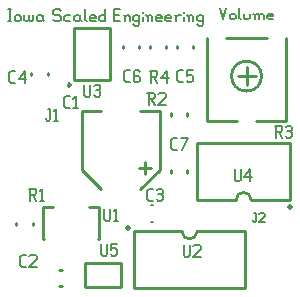
<source format=gbr>
G04 start of page 9 for group -4079 idx -4079 *
G04 Title: (unknown), topsilk *
G04 Creator: pcb 4.0.2 *
G04 CreationDate: Mon Feb 22 18:20:50 2021 UTC *
G04 For: ndholmes *
G04 Format: Gerber/RS-274X *
G04 PCB-Dimensions (mil): 1800.00 1200.00 *
G04 PCB-Coordinate-Origin: lower left *
%MOIN*%
%FSLAX25Y25*%
%LNTOPSILK*%
%ADD37C,0.0080*%
%ADD36C,0.0100*%
%ADD35C,0.0060*%
%ADD34C,0.0200*%
G54D34*X106000Y41000D03*
X52000Y34000D03*
G54D35*X82700Y107610D02*X83690Y103650D01*
X84680Y107610D01*
X85868Y105135D02*Y104145D01*
Y105135D02*X86363Y105630D01*
X87353D01*
X87848Y105135D01*
Y104145D01*
X87353Y103650D02*X87848Y104145D01*
X86363Y103650D02*X87353D01*
X85868Y104145D02*X86363Y103650D01*
X89036Y107610D02*Y104145D01*
X89531Y103650D01*
X90521Y105630D02*Y104145D01*
X91016Y103650D01*
X92006D01*
X92501Y104145D01*
Y105630D02*Y104145D01*
X94184Y105135D02*Y103650D01*
Y105135D02*X94679Y105630D01*
X95174D01*
X95669Y105135D01*
Y103650D01*
Y105135D02*X96164Y105630D01*
X96659D01*
X97154Y105135D01*
Y103650D01*
X93689Y105630D02*X94184Y105135D01*
X98837Y103650D02*X100322D01*
X98342Y104145D02*X98837Y103650D01*
X98342Y105135D02*Y104145D01*
Y105135D02*X98837Y105630D01*
X99827D01*
X100322Y105135D01*
X98342Y104640D02*X100322D01*
Y105135D02*Y104640D01*
X12000Y107000D02*X13000D01*
X12500D02*Y103000D01*
X12000D02*X13000D01*
X14200Y104500D02*Y103500D01*
Y104500D02*X14700Y105000D01*
X15700D01*
X16200Y104500D01*
Y103500D01*
X15700Y103000D02*X16200Y103500D01*
X14700Y103000D02*X15700D01*
X14200Y103500D02*X14700Y103000D01*
X17400Y105000D02*Y103500D01*
X17900Y103000D01*
X18400D01*
X18900Y103500D01*
Y105000D02*Y103500D01*
X19400Y103000D01*
X19900D01*
X20400Y103500D01*
Y105000D02*Y103500D01*
X23100Y105000D02*X23600Y104500D01*
X22100Y105000D02*X23100D01*
X21600Y104500D02*X22100Y105000D01*
X21600Y104500D02*Y103500D01*
X22100Y103000D01*
X23600Y105000D02*Y103500D01*
X24100Y103000D01*
X22100D02*X23100D01*
X23600Y103500D01*
X29100Y107000D02*X29600Y106500D01*
X27600Y107000D02*X29100D01*
X27100Y106500D02*X27600Y107000D01*
X27100Y106500D02*Y105500D01*
X27600Y105000D01*
X29100D01*
X29600Y104500D01*
Y103500D01*
X29100Y103000D02*X29600Y103500D01*
X27600Y103000D02*X29100D01*
X27100Y103500D02*X27600Y103000D01*
X31300Y105000D02*X32800D01*
X30800Y104500D02*X31300Y105000D01*
X30800Y104500D02*Y103500D01*
X31300Y103000D01*
X32800D01*
X35500Y105000D02*X36000Y104500D01*
X34500Y105000D02*X35500D01*
X34000Y104500D02*X34500Y105000D01*
X34000Y104500D02*Y103500D01*
X34500Y103000D01*
X36000Y105000D02*Y103500D01*
X36500Y103000D01*
X34500D02*X35500D01*
X36000Y103500D01*
X37700Y107000D02*Y103500D01*
X38200Y103000D01*
X39700D02*X41200D01*
X39200Y103500D02*X39700Y103000D01*
X39200Y104500D02*Y103500D01*
Y104500D02*X39700Y105000D01*
X40700D01*
X41200Y104500D01*
X39200Y104000D02*X41200D01*
Y104500D02*Y104000D01*
X44400Y107000D02*Y103000D01*
X43900D02*X44400Y103500D01*
X42900Y103000D02*X43900D01*
X42400Y103500D02*X42900Y103000D01*
X42400Y104500D02*Y103500D01*
Y104500D02*X42900Y105000D01*
X43900D01*
X44400Y104500D01*
X47400Y105200D02*X48900D01*
X47400Y103000D02*X49400D01*
X47400Y107000D02*Y103000D01*
Y107000D02*X49400D01*
X51100Y104500D02*Y103000D01*
Y104500D02*X51600Y105000D01*
X52100D01*
X52600Y104500D01*
Y103000D01*
X50600Y105000D02*X51100Y104500D01*
X55300Y105000D02*X55800Y104500D01*
X54300Y105000D02*X55300D01*
X53800Y104500D02*X54300Y105000D01*
X53800Y104500D02*Y103500D01*
X54300Y103000D01*
X55300D01*
X55800Y103500D01*
X53800Y102000D02*X54300Y101500D01*
X55300D01*
X55800Y102000D01*
Y105000D02*Y102000D01*
X57000Y106000D02*Y105900D01*
Y104500D02*Y103000D01*
X58500Y104500D02*Y103000D01*
Y104500D02*X59000Y105000D01*
X59500D01*
X60000Y104500D01*
Y103000D01*
X58000Y105000D02*X58500Y104500D01*
X61700Y103000D02*X63200D01*
X61200Y103500D02*X61700Y103000D01*
X61200Y104500D02*Y103500D01*
Y104500D02*X61700Y105000D01*
X62700D01*
X63200Y104500D01*
X61200Y104000D02*X63200D01*
Y104500D02*Y104000D01*
X64900Y103000D02*X66400D01*
X64400Y103500D02*X64900Y103000D01*
X64400Y104500D02*Y103500D01*
Y104500D02*X64900Y105000D01*
X65900D01*
X66400Y104500D01*
X64400Y104000D02*X66400D01*
Y104500D02*Y104000D01*
X68100Y104500D02*Y103000D01*
Y104500D02*X68600Y105000D01*
X69600D01*
X67600D02*X68100Y104500D01*
X70800Y106000D02*Y105900D01*
Y104500D02*Y103000D01*
X72300Y104500D02*Y103000D01*
Y104500D02*X72800Y105000D01*
X73300D01*
X73800Y104500D01*
Y103000D01*
X71800Y105000D02*X72300Y104500D01*
X76500Y105000D02*X77000Y104500D01*
X75500Y105000D02*X76500D01*
X75000Y104500D02*X75500Y105000D01*
X75000Y104500D02*Y103500D01*
X75500Y103000D01*
X76500D01*
X77000Y103500D01*
X75000Y102000D02*X75500Y101500D01*
X76500D01*
X77000Y102000D01*
Y105000D02*Y102000D01*
G54D36*X106000Y62500D02*Y43500D01*
X75000Y62500D02*X106000D01*
X75000D02*Y43500D01*
X93000D02*X106000D01*
X75000D02*X88000D01*
X93000D02*G75*G03X88000Y43500I-2500J0D01*G01*
X54000Y33000D02*Y14000D01*
X91000D01*
Y33000D01*
X54000D02*X70000D01*
X91000D02*X75000D01*
X70000D02*G75*G03X75000Y33000I2500J0D01*G01*
X37700Y22500D02*X49600D01*
X37700D02*Y14500D01*
X49600D01*
Y22500D02*Y14500D01*
G54D37*X59650Y41755D02*X60436D01*
X59650Y36245D02*X60436D01*
G54D36*X66245Y53393D02*Y52607D01*
X71755Y53393D02*Y52607D01*
X55996Y72992D02*X62492D01*
X36508D02*X43004D01*
X36508D02*Y53504D01*
X62492Y72992D02*Y53504D01*
X36508D02*X43004Y47008D01*
X62492Y53504D02*X55996Y47008D01*
X55500Y54000D02*X59500D01*
X57500Y56000D02*Y52000D01*
X71755Y72393D02*Y71607D01*
X66245Y72393D02*Y71607D01*
X25255Y85893D02*Y85107D01*
X19745Y85893D02*Y85107D01*
X29107Y20255D02*X29893D01*
X29107Y14745D02*X29893D01*
X23750Y41150D02*Y30520D01*
X42250Y41150D02*Y30520D01*
X23750Y41150D02*X27000D01*
X42250D02*X39000D01*
X23750Y30520D02*X23929D01*
X42071D02*X42250D01*
X20255Y35893D02*Y35107D01*
X14745Y35893D02*Y35107D01*
X104709Y97358D02*Y69642D01*
X94700D02*X104709D01*
X78291D02*X88300D01*
X78291Y97358D02*Y69642D01*
X84700Y97358D02*X98300D01*
X91500Y87760D02*Y81760D01*
X88500Y84760D02*X94500D01*
X91500Y89760D02*G75*G03X91500Y89760I0J-5000D01*G01*
X64755Y94893D02*Y94107D01*
X59245Y94893D02*Y94107D01*
X73755Y94893D02*Y94107D01*
X68245Y94893D02*Y94107D01*
X50245Y94893D02*Y94107D01*
X55755Y94893D02*Y94107D01*
X33898Y100661D02*Y83339D01*
Y100661D02*X46102D01*
Y83339D01*
X33898D02*X46102D01*
X32398Y81339D02*G75*G03X32398Y81339I0J500D01*G01*
G54D35*X25200Y73969D02*X26000D01*
Y70469D01*
X25500Y69969D02*X26000Y70469D01*
X25000Y69969D02*X25500D01*
X24500Y70469D02*X25000Y69969D01*
X24500Y70969D02*Y70469D01*
X27200Y73169D02*X28000Y73969D01*
Y69969D01*
X27200D02*X28700D01*
X31300Y74100D02*X32600D01*
X30600Y74800D02*X31300Y74100D01*
X30600Y77400D02*Y74800D01*
Y77400D02*X31300Y78100D01*
X32600D01*
X33800Y77300D02*X34600Y78100D01*
Y74100D01*
X33800D02*X35300D01*
X13006Y82343D02*X14306D01*
X12306Y83043D02*X13006Y82343D01*
X12306Y85643D02*Y83043D01*
Y85643D02*X13006Y86343D01*
X14306D01*
X15506Y83843D02*X17506Y86343D01*
X15506Y83843D02*X18006D01*
X17506Y86343D02*Y82343D01*
X100900Y68200D02*X102900D01*
X103400Y67700D01*
Y66700D01*
X102900Y66200D02*X103400Y66700D01*
X101400Y66200D02*X102900D01*
X101400Y68200D02*Y64200D01*
X102200Y66200D02*X103400Y64200D01*
X104600Y67700D02*X105100Y68200D01*
X106100D01*
X106600Y67700D01*
X106100Y64200D02*X106600Y64700D01*
X105100Y64200D02*X106100D01*
X104600Y64700D02*X105100Y64200D01*
Y66400D02*X106100D01*
X106600Y67700D02*Y66900D01*
Y65900D02*Y64700D01*
Y65900D02*X106100Y66400D01*
X106600Y66900D02*X106100Y66400D01*
X87500Y53800D02*Y50300D01*
X88000Y49800D01*
X89000D01*
X89500Y50300D01*
Y53800D02*Y50300D01*
X90700Y51300D02*X92700Y53800D01*
X90700Y51300D02*X93200D01*
X92700Y53800D02*Y49800D01*
X58393Y79150D02*X60393D01*
X60893Y78650D01*
Y77650D01*
X60393Y77150D02*X60893Y77650D01*
X58893Y77150D02*X60393D01*
X58893Y79150D02*Y75150D01*
X59693Y77150D02*X60893Y75150D01*
X62093Y78650D02*X62593Y79150D01*
X64093D01*
X64593Y78650D01*
Y77650D01*
X62093Y75150D02*X64593Y77650D01*
X62093Y75150D02*X64593D01*
X59287Y86504D02*X61287D01*
X61787Y86004D01*
Y85004D01*
X61287Y84504D02*X61787Y85004D01*
X59787Y84504D02*X61287D01*
X59787Y86504D02*Y82504D01*
X60587Y84504D02*X61787Y82504D01*
X62987Y84004D02*X64987Y86504D01*
X62987Y84004D02*X65487D01*
X64987Y86504D02*Y82504D01*
X51396Y82744D02*X52696D01*
X50696Y83444D02*X51396Y82744D01*
X50696Y86044D02*Y83444D01*
Y86044D02*X51396Y86744D01*
X52696D01*
X55396D02*X55896Y86244D01*
X54396Y86744D02*X55396D01*
X53896Y86244D02*X54396Y86744D01*
X53896Y86244D02*Y83244D01*
X54396Y82744D01*
X55396Y84944D02*X55896Y84444D01*
X53896Y84944D02*X55396D01*
X54396Y82744D02*X55396D01*
X55896Y83244D01*
Y84444D02*Y83244D01*
X69067Y82687D02*X70367D01*
X68367Y83387D02*X69067Y82687D01*
X68367Y85987D02*Y83387D01*
Y85987D02*X69067Y86687D01*
X70367D01*
X71567D02*X73567D01*
X71567D02*Y84687D01*
X72067Y85187D01*
X73067D01*
X73567Y84687D01*
Y83187D01*
X73067Y82687D02*X73567Y83187D01*
X72067Y82687D02*X73067D01*
X71567Y83187D02*X72067Y82687D01*
X67043Y60200D02*X68330D01*
X66350Y60893D02*X67043Y60200D01*
X66350Y63467D02*Y60893D01*
Y63467D02*X67043Y64160D01*
X68330D01*
X70013Y60200D02*X71993Y64160D01*
X69518D02*X71993D01*
X37480Y81854D02*Y78354D01*
X37980Y77854D01*
X38980D01*
X39480Y78354D01*
Y81854D02*Y78354D01*
X40680Y81354D02*X41180Y81854D01*
X42180D01*
X42680Y81354D01*
X42180Y77854D02*X42680Y78354D01*
X41180Y77854D02*X42180D01*
X40680Y78354D02*X41180Y77854D01*
Y80054D02*X42180D01*
X42680Y81354D02*Y80554D01*
Y79554D02*Y78354D01*
Y79554D02*X42180Y80054D01*
X42680Y80554D02*X42180Y80054D01*
X70500Y28500D02*Y25000D01*
X71000Y24500D01*
X72000D01*
X72500Y25000D01*
Y28500D02*Y25000D01*
X73700Y28000D02*X74200Y28500D01*
X75700D01*
X76200Y28000D01*
Y27000D01*
X73700Y24500D02*X76200Y27000D01*
X73700Y24500D02*X76200D01*
X16550Y21150D02*X17850D01*
X15850Y21850D02*X16550Y21150D01*
X15850Y24450D02*Y21850D01*
Y24450D02*X16550Y25150D01*
X17850D01*
X19050Y24650D02*X19550Y25150D01*
X21050D01*
X21550Y24650D01*
Y23650D01*
X19050Y21150D02*X21550Y23650D01*
X19050Y21150D02*X21550D01*
X44000Y40500D02*Y37000D01*
X44500Y36500D01*
X45500D01*
X46000Y37000D01*
Y40500D02*Y37000D01*
X47200Y39700D02*X48000Y40500D01*
Y36500D01*
X47200D02*X48700D01*
X18850Y47150D02*X20850D01*
X21350Y46650D01*
Y45650D01*
X20850Y45150D02*X21350Y45650D01*
X19350Y45150D02*X20850D01*
X19350Y47150D02*Y43150D01*
X20150Y45150D02*X21350Y43150D01*
X22550Y46350D02*X23350Y47150D01*
Y43150D01*
X22550D02*X24050D01*
X43100Y28810D02*Y25345D01*
X43595Y24850D01*
X44585D01*
X45080Y25345D01*
Y28810D02*Y25345D01*
X46268Y28810D02*X48248D01*
X46268D02*Y26830D01*
X46763Y27325D01*
X47753D01*
X48248Y26830D01*
Y25345D01*
X47753Y24850D02*X48248Y25345D01*
X46763Y24850D02*X47753D01*
X46268Y25345D02*X46763Y24850D01*
X94039Y39230D02*X94655D01*
Y36535D01*
X94270Y36150D02*X94655Y36535D01*
X93885Y36150D02*X94270D01*
X93500Y36535D02*X93885Y36150D01*
X93500Y36920D02*Y36535D01*
X95579Y38845D02*X95964Y39230D01*
X97119D01*
X97504Y38845D01*
Y38075D01*
X95579Y36150D02*X97504Y38075D01*
X95579Y36150D02*X97504D01*
X59093Y43150D02*X60393D01*
X58393Y43850D02*X59093Y43150D01*
X58393Y46450D02*Y43850D01*
Y46450D02*X59093Y47150D01*
X60393D01*
X61593Y46650D02*X62093Y47150D01*
X63093D01*
X63593Y46650D01*
X63093Y43150D02*X63593Y43650D01*
X62093Y43150D02*X63093D01*
X61593Y43650D02*X62093Y43150D01*
Y45350D02*X63093D01*
X63593Y46650D02*Y45850D01*
Y44850D02*Y43650D01*
Y44850D02*X63093Y45350D01*
X63593Y45850D02*X63093Y45350D01*
M02*

</source>
